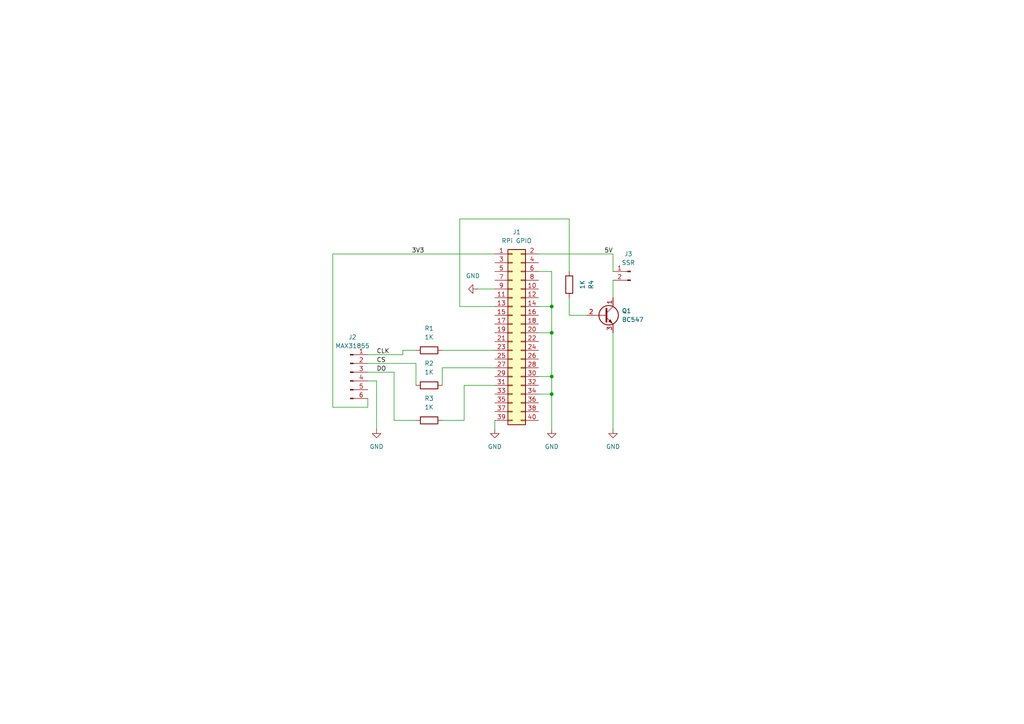
<source format=kicad_sch>
(kicad_sch
	(version 20250114)
	(generator "eeschema")
	(generator_version "9.0")
	(uuid "d0316038-6c99-497b-9207-bde8ab523578")
	(paper "A4")
	(title_block
		(title "Kiln Hat")
		(date "2025-11-22")
		(rev "1")
		(company "Jesse Calvert")
		(comment 1 "Software SPI")
	)
	(lib_symbols
		(symbol "Connector:Conn_01x02_Pin"
			(pin_names
				(offset 1.016)
				(hide yes)
			)
			(exclude_from_sim no)
			(in_bom yes)
			(on_board yes)
			(property "Reference" "J"
				(at 0 2.54 0)
				(effects
					(font
						(size 1.27 1.27)
					)
				)
			)
			(property "Value" "Conn_01x02_Pin"
				(at 0 -5.08 0)
				(effects
					(font
						(size 1.27 1.27)
					)
				)
			)
			(property "Footprint" ""
				(at 0 0 0)
				(effects
					(font
						(size 1.27 1.27)
					)
					(hide yes)
				)
			)
			(property "Datasheet" "~"
				(at 0 0 0)
				(effects
					(font
						(size 1.27 1.27)
					)
					(hide yes)
				)
			)
			(property "Description" "Generic connector, single row, 01x02, script generated"
				(at 0 0 0)
				(effects
					(font
						(size 1.27 1.27)
					)
					(hide yes)
				)
			)
			(property "ki_locked" ""
				(at 0 0 0)
				(effects
					(font
						(size 1.27 1.27)
					)
				)
			)
			(property "ki_keywords" "connector"
				(at 0 0 0)
				(effects
					(font
						(size 1.27 1.27)
					)
					(hide yes)
				)
			)
			(property "ki_fp_filters" "Connector*:*_1x??_*"
				(at 0 0 0)
				(effects
					(font
						(size 1.27 1.27)
					)
					(hide yes)
				)
			)
			(symbol "Conn_01x02_Pin_1_1"
				(rectangle
					(start 0.8636 0.127)
					(end 0 -0.127)
					(stroke
						(width 0.1524)
						(type default)
					)
					(fill
						(type outline)
					)
				)
				(rectangle
					(start 0.8636 -2.413)
					(end 0 -2.667)
					(stroke
						(width 0.1524)
						(type default)
					)
					(fill
						(type outline)
					)
				)
				(polyline
					(pts
						(xy 1.27 0) (xy 0.8636 0)
					)
					(stroke
						(width 0.1524)
						(type default)
					)
					(fill
						(type none)
					)
				)
				(polyline
					(pts
						(xy 1.27 -2.54) (xy 0.8636 -2.54)
					)
					(stroke
						(width 0.1524)
						(type default)
					)
					(fill
						(type none)
					)
				)
				(pin passive line
					(at 5.08 0 180)
					(length 3.81)
					(name "Pin_1"
						(effects
							(font
								(size 1.27 1.27)
							)
						)
					)
					(number "1"
						(effects
							(font
								(size 1.27 1.27)
							)
						)
					)
				)
				(pin passive line
					(at 5.08 -2.54 180)
					(length 3.81)
					(name "Pin_2"
						(effects
							(font
								(size 1.27 1.27)
							)
						)
					)
					(number "2"
						(effects
							(font
								(size 1.27 1.27)
							)
						)
					)
				)
			)
			(embedded_fonts no)
		)
		(symbol "Connector:Conn_01x06_Pin"
			(pin_names
				(offset 1.016)
				(hide yes)
			)
			(exclude_from_sim no)
			(in_bom yes)
			(on_board yes)
			(property "Reference" "J"
				(at 0 7.62 0)
				(effects
					(font
						(size 1.27 1.27)
					)
				)
			)
			(property "Value" "Conn_01x06_Pin"
				(at 0 -10.16 0)
				(effects
					(font
						(size 1.27 1.27)
					)
				)
			)
			(property "Footprint" ""
				(at 0 0 0)
				(effects
					(font
						(size 1.27 1.27)
					)
					(hide yes)
				)
			)
			(property "Datasheet" "~"
				(at 0 0 0)
				(effects
					(font
						(size 1.27 1.27)
					)
					(hide yes)
				)
			)
			(property "Description" "Generic connector, single row, 01x06, script generated"
				(at 0 0 0)
				(effects
					(font
						(size 1.27 1.27)
					)
					(hide yes)
				)
			)
			(property "ki_locked" ""
				(at 0 0 0)
				(effects
					(font
						(size 1.27 1.27)
					)
				)
			)
			(property "ki_keywords" "connector"
				(at 0 0 0)
				(effects
					(font
						(size 1.27 1.27)
					)
					(hide yes)
				)
			)
			(property "ki_fp_filters" "Connector*:*_1x??_*"
				(at 0 0 0)
				(effects
					(font
						(size 1.27 1.27)
					)
					(hide yes)
				)
			)
			(symbol "Conn_01x06_Pin_1_1"
				(rectangle
					(start 0.8636 5.207)
					(end 0 4.953)
					(stroke
						(width 0.1524)
						(type default)
					)
					(fill
						(type outline)
					)
				)
				(rectangle
					(start 0.8636 2.667)
					(end 0 2.413)
					(stroke
						(width 0.1524)
						(type default)
					)
					(fill
						(type outline)
					)
				)
				(rectangle
					(start 0.8636 0.127)
					(end 0 -0.127)
					(stroke
						(width 0.1524)
						(type default)
					)
					(fill
						(type outline)
					)
				)
				(rectangle
					(start 0.8636 -2.413)
					(end 0 -2.667)
					(stroke
						(width 0.1524)
						(type default)
					)
					(fill
						(type outline)
					)
				)
				(rectangle
					(start 0.8636 -4.953)
					(end 0 -5.207)
					(stroke
						(width 0.1524)
						(type default)
					)
					(fill
						(type outline)
					)
				)
				(rectangle
					(start 0.8636 -7.493)
					(end 0 -7.747)
					(stroke
						(width 0.1524)
						(type default)
					)
					(fill
						(type outline)
					)
				)
				(polyline
					(pts
						(xy 1.27 5.08) (xy 0.8636 5.08)
					)
					(stroke
						(width 0.1524)
						(type default)
					)
					(fill
						(type none)
					)
				)
				(polyline
					(pts
						(xy 1.27 2.54) (xy 0.8636 2.54)
					)
					(stroke
						(width 0.1524)
						(type default)
					)
					(fill
						(type none)
					)
				)
				(polyline
					(pts
						(xy 1.27 0) (xy 0.8636 0)
					)
					(stroke
						(width 0.1524)
						(type default)
					)
					(fill
						(type none)
					)
				)
				(polyline
					(pts
						(xy 1.27 -2.54) (xy 0.8636 -2.54)
					)
					(stroke
						(width 0.1524)
						(type default)
					)
					(fill
						(type none)
					)
				)
				(polyline
					(pts
						(xy 1.27 -5.08) (xy 0.8636 -5.08)
					)
					(stroke
						(width 0.1524)
						(type default)
					)
					(fill
						(type none)
					)
				)
				(polyline
					(pts
						(xy 1.27 -7.62) (xy 0.8636 -7.62)
					)
					(stroke
						(width 0.1524)
						(type default)
					)
					(fill
						(type none)
					)
				)
				(pin passive line
					(at 5.08 5.08 180)
					(length 3.81)
					(name "Pin_1"
						(effects
							(font
								(size 1.27 1.27)
							)
						)
					)
					(number "1"
						(effects
							(font
								(size 1.27 1.27)
							)
						)
					)
				)
				(pin passive line
					(at 5.08 2.54 180)
					(length 3.81)
					(name "Pin_2"
						(effects
							(font
								(size 1.27 1.27)
							)
						)
					)
					(number "2"
						(effects
							(font
								(size 1.27 1.27)
							)
						)
					)
				)
				(pin passive line
					(at 5.08 0 180)
					(length 3.81)
					(name "Pin_3"
						(effects
							(font
								(size 1.27 1.27)
							)
						)
					)
					(number "3"
						(effects
							(font
								(size 1.27 1.27)
							)
						)
					)
				)
				(pin passive line
					(at 5.08 -2.54 180)
					(length 3.81)
					(name "Pin_4"
						(effects
							(font
								(size 1.27 1.27)
							)
						)
					)
					(number "4"
						(effects
							(font
								(size 1.27 1.27)
							)
						)
					)
				)
				(pin passive line
					(at 5.08 -5.08 180)
					(length 3.81)
					(name "Pin_5"
						(effects
							(font
								(size 1.27 1.27)
							)
						)
					)
					(number "5"
						(effects
							(font
								(size 1.27 1.27)
							)
						)
					)
				)
				(pin passive line
					(at 5.08 -7.62 180)
					(length 3.81)
					(name "Pin_6"
						(effects
							(font
								(size 1.27 1.27)
							)
						)
					)
					(number "6"
						(effects
							(font
								(size 1.27 1.27)
							)
						)
					)
				)
			)
			(embedded_fonts no)
		)
		(symbol "Connector_Generic:Conn_02x20_Odd_Even"
			(pin_names
				(offset 1.016)
				(hide yes)
			)
			(exclude_from_sim no)
			(in_bom yes)
			(on_board yes)
			(property "Reference" "J"
				(at 1.27 25.4 0)
				(effects
					(font
						(size 1.27 1.27)
					)
				)
			)
			(property "Value" "Conn_02x20_Odd_Even"
				(at 1.27 -27.94 0)
				(effects
					(font
						(size 1.27 1.27)
					)
				)
			)
			(property "Footprint" ""
				(at 0 0 0)
				(effects
					(font
						(size 1.27 1.27)
					)
					(hide yes)
				)
			)
			(property "Datasheet" "~"
				(at 0 0 0)
				(effects
					(font
						(size 1.27 1.27)
					)
					(hide yes)
				)
			)
			(property "Description" "Generic connector, double row, 02x20, odd/even pin numbering scheme (row 1 odd numbers, row 2 even numbers), script generated (kicad-library-utils/schlib/autogen/connector/)"
				(at 0 0 0)
				(effects
					(font
						(size 1.27 1.27)
					)
					(hide yes)
				)
			)
			(property "ki_keywords" "connector"
				(at 0 0 0)
				(effects
					(font
						(size 1.27 1.27)
					)
					(hide yes)
				)
			)
			(property "ki_fp_filters" "Connector*:*_2x??_*"
				(at 0 0 0)
				(effects
					(font
						(size 1.27 1.27)
					)
					(hide yes)
				)
			)
			(symbol "Conn_02x20_Odd_Even_1_1"
				(rectangle
					(start -1.27 24.13)
					(end 3.81 -26.67)
					(stroke
						(width 0.254)
						(type default)
					)
					(fill
						(type background)
					)
				)
				(rectangle
					(start -1.27 22.987)
					(end 0 22.733)
					(stroke
						(width 0.1524)
						(type default)
					)
					(fill
						(type none)
					)
				)
				(rectangle
					(start -1.27 20.447)
					(end 0 20.193)
					(stroke
						(width 0.1524)
						(type default)
					)
					(fill
						(type none)
					)
				)
				(rectangle
					(start -1.27 17.907)
					(end 0 17.653)
					(stroke
						(width 0.1524)
						(type default)
					)
					(fill
						(type none)
					)
				)
				(rectangle
					(start -1.27 15.367)
					(end 0 15.113)
					(stroke
						(width 0.1524)
						(type default)
					)
					(fill
						(type none)
					)
				)
				(rectangle
					(start -1.27 12.827)
					(end 0 12.573)
					(stroke
						(width 0.1524)
						(type default)
					)
					(fill
						(type none)
					)
				)
				(rectangle
					(start -1.27 10.287)
					(end 0 10.033)
					(stroke
						(width 0.1524)
						(type default)
					)
					(fill
						(type none)
					)
				)
				(rectangle
					(start -1.27 7.747)
					(end 0 7.493)
					(stroke
						(width 0.1524)
						(type default)
					)
					(fill
						(type none)
					)
				)
				(rectangle
					(start -1.27 5.207)
					(end 0 4.953)
					(stroke
						(width 0.1524)
						(type default)
					)
					(fill
						(type none)
					)
				)
				(rectangle
					(start -1.27 2.667)
					(end 0 2.413)
					(stroke
						(width 0.1524)
						(type default)
					)
					(fill
						(type none)
					)
				)
				(rectangle
					(start -1.27 0.127)
					(end 0 -0.127)
					(stroke
						(width 0.1524)
						(type default)
					)
					(fill
						(type none)
					)
				)
				(rectangle
					(start -1.27 -2.413)
					(end 0 -2.667)
					(stroke
						(width 0.1524)
						(type default)
					)
					(fill
						(type none)
					)
				)
				(rectangle
					(start -1.27 -4.953)
					(end 0 -5.207)
					(stroke
						(width 0.1524)
						(type default)
					)
					(fill
						(type none)
					)
				)
				(rectangle
					(start -1.27 -7.493)
					(end 0 -7.747)
					(stroke
						(width 0.1524)
						(type default)
					)
					(fill
						(type none)
					)
				)
				(rectangle
					(start -1.27 -10.033)
					(end 0 -10.287)
					(stroke
						(width 0.1524)
						(type default)
					)
					(fill
						(type none)
					)
				)
				(rectangle
					(start -1.27 -12.573)
					(end 0 -12.827)
					(stroke
						(width 0.1524)
						(type default)
					)
					(fill
						(type none)
					)
				)
				(rectangle
					(start -1.27 -15.113)
					(end 0 -15.367)
					(stroke
						(width 0.1524)
						(type default)
					)
					(fill
						(type none)
					)
				)
				(rectangle
					(start -1.27 -17.653)
					(end 0 -17.907)
					(stroke
						(width 0.1524)
						(type default)
					)
					(fill
						(type none)
					)
				)
				(rectangle
					(start -1.27 -20.193)
					(end 0 -20.447)
					(stroke
						(width 0.1524)
						(type default)
					)
					(fill
						(type none)
					)
				)
				(rectangle
					(start -1.27 -22.733)
					(end 0 -22.987)
					(stroke
						(width 0.1524)
						(type default)
					)
					(fill
						(type none)
					)
				)
				(rectangle
					(start -1.27 -25.273)
					(end 0 -25.527)
					(stroke
						(width 0.1524)
						(type default)
					)
					(fill
						(type none)
					)
				)
				(rectangle
					(start 3.81 22.987)
					(end 2.54 22.733)
					(stroke
						(width 0.1524)
						(type default)
					)
					(fill
						(type none)
					)
				)
				(rectangle
					(start 3.81 20.447)
					(end 2.54 20.193)
					(stroke
						(width 0.1524)
						(type default)
					)
					(fill
						(type none)
					)
				)
				(rectangle
					(start 3.81 17.907)
					(end 2.54 17.653)
					(stroke
						(width 0.1524)
						(type default)
					)
					(fill
						(type none)
					)
				)
				(rectangle
					(start 3.81 15.367)
					(end 2.54 15.113)
					(stroke
						(width 0.1524)
						(type default)
					)
					(fill
						(type none)
					)
				)
				(rectangle
					(start 3.81 12.827)
					(end 2.54 12.573)
					(stroke
						(width 0.1524)
						(type default)
					)
					(fill
						(type none)
					)
				)
				(rectangle
					(start 3.81 10.287)
					(end 2.54 10.033)
					(stroke
						(width 0.1524)
						(type default)
					)
					(fill
						(type none)
					)
				)
				(rectangle
					(start 3.81 7.747)
					(end 2.54 7.493)
					(stroke
						(width 0.1524)
						(type default)
					)
					(fill
						(type none)
					)
				)
				(rectangle
					(start 3.81 5.207)
					(end 2.54 4.953)
					(stroke
						(width 0.1524)
						(type default)
					)
					(fill
						(type none)
					)
				)
				(rectangle
					(start 3.81 2.667)
					(end 2.54 2.413)
					(stroke
						(width 0.1524)
						(type default)
					)
					(fill
						(type none)
					)
				)
				(rectangle
					(start 3.81 0.127)
					(end 2.54 -0.127)
					(stroke
						(width 0.1524)
						(type default)
					)
					(fill
						(type none)
					)
				)
				(rectangle
					(start 3.81 -2.413)
					(end 2.54 -2.667)
					(stroke
						(width 0.1524)
						(type default)
					)
					(fill
						(type none)
					)
				)
				(rectangle
					(start 3.81 -4.953)
					(end 2.54 -5.207)
					(stroke
						(width 0.1524)
						(type default)
					)
					(fill
						(type none)
					)
				)
				(rectangle
					(start 3.81 -7.493)
					(end 2.54 -7.747)
					(stroke
						(width 0.1524)
						(type default)
					)
					(fill
						(type none)
					)
				)
				(rectangle
					(start 3.81 -10.033)
					(end 2.54 -10.287)
					(stroke
						(width 0.1524)
						(type default)
					)
					(fill
						(type none)
					)
				)
				(rectangle
					(start 3.81 -12.573)
					(end 2.54 -12.827)
					(stroke
						(width 0.1524)
						(type default)
					)
					(fill
						(type none)
					)
				)
				(rectangle
					(start 3.81 -15.113)
					(end 2.54 -15.367)
					(stroke
						(width 0.1524)
						(type default)
					)
					(fill
						(type none)
					)
				)
				(rectangle
					(start 3.81 -17.653)
					(end 2.54 -17.907)
					(stroke
						(width 0.1524)
						(type default)
					)
					(fill
						(type none)
					)
				)
				(rectangle
					(start 3.81 -20.193)
					(end 2.54 -20.447)
					(stroke
						(width 0.1524)
						(type default)
					)
					(fill
						(type none)
					)
				)
				(rectangle
					(start 3.81 -22.733)
					(end 2.54 -22.987)
					(stroke
						(width 0.1524)
						(type default)
					)
					(fill
						(type none)
					)
				)
				(rectangle
					(start 3.81 -25.273)
					(end 2.54 -25.527)
					(stroke
						(width 0.1524)
						(type default)
					)
					(fill
						(type none)
					)
				)
				(pin passive line
					(at -5.08 22.86 0)
					(length 3.81)
					(name "Pin_1"
						(effects
							(font
								(size 1.27 1.27)
							)
						)
					)
					(number "1"
						(effects
							(font
								(size 1.27 1.27)
							)
						)
					)
				)
				(pin passive line
					(at -5.08 20.32 0)
					(length 3.81)
					(name "Pin_3"
						(effects
							(font
								(size 1.27 1.27)
							)
						)
					)
					(number "3"
						(effects
							(font
								(size 1.27 1.27)
							)
						)
					)
				)
				(pin passive line
					(at -5.08 17.78 0)
					(length 3.81)
					(name "Pin_5"
						(effects
							(font
								(size 1.27 1.27)
							)
						)
					)
					(number "5"
						(effects
							(font
								(size 1.27 1.27)
							)
						)
					)
				)
				(pin passive line
					(at -5.08 15.24 0)
					(length 3.81)
					(name "Pin_7"
						(effects
							(font
								(size 1.27 1.27)
							)
						)
					)
					(number "7"
						(effects
							(font
								(size 1.27 1.27)
							)
						)
					)
				)
				(pin passive line
					(at -5.08 12.7 0)
					(length 3.81)
					(name "Pin_9"
						(effects
							(font
								(size 1.27 1.27)
							)
						)
					)
					(number "9"
						(effects
							(font
								(size 1.27 1.27)
							)
						)
					)
				)
				(pin passive line
					(at -5.08 10.16 0)
					(length 3.81)
					(name "Pin_11"
						(effects
							(font
								(size 1.27 1.27)
							)
						)
					)
					(number "11"
						(effects
							(font
								(size 1.27 1.27)
							)
						)
					)
				)
				(pin passive line
					(at -5.08 7.62 0)
					(length 3.81)
					(name "Pin_13"
						(effects
							(font
								(size 1.27 1.27)
							)
						)
					)
					(number "13"
						(effects
							(font
								(size 1.27 1.27)
							)
						)
					)
				)
				(pin passive line
					(at -5.08 5.08 0)
					(length 3.81)
					(name "Pin_15"
						(effects
							(font
								(size 1.27 1.27)
							)
						)
					)
					(number "15"
						(effects
							(font
								(size 1.27 1.27)
							)
						)
					)
				)
				(pin passive line
					(at -5.08 2.54 0)
					(length 3.81)
					(name "Pin_17"
						(effects
							(font
								(size 1.27 1.27)
							)
						)
					)
					(number "17"
						(effects
							(font
								(size 1.27 1.27)
							)
						)
					)
				)
				(pin passive line
					(at -5.08 0 0)
					(length 3.81)
					(name "Pin_19"
						(effects
							(font
								(size 1.27 1.27)
							)
						)
					)
					(number "19"
						(effects
							(font
								(size 1.27 1.27)
							)
						)
					)
				)
				(pin passive line
					(at -5.08 -2.54 0)
					(length 3.81)
					(name "Pin_21"
						(effects
							(font
								(size 1.27 1.27)
							)
						)
					)
					(number "21"
						(effects
							(font
								(size 1.27 1.27)
							)
						)
					)
				)
				(pin passive line
					(at -5.08 -5.08 0)
					(length 3.81)
					(name "Pin_23"
						(effects
							(font
								(size 1.27 1.27)
							)
						)
					)
					(number "23"
						(effects
							(font
								(size 1.27 1.27)
							)
						)
					)
				)
				(pin passive line
					(at -5.08 -7.62 0)
					(length 3.81)
					(name "Pin_25"
						(effects
							(font
								(size 1.27 1.27)
							)
						)
					)
					(number "25"
						(effects
							(font
								(size 1.27 1.27)
							)
						)
					)
				)
				(pin passive line
					(at -5.08 -10.16 0)
					(length 3.81)
					(name "Pin_27"
						(effects
							(font
								(size 1.27 1.27)
							)
						)
					)
					(number "27"
						(effects
							(font
								(size 1.27 1.27)
							)
						)
					)
				)
				(pin passive line
					(at -5.08 -12.7 0)
					(length 3.81)
					(name "Pin_29"
						(effects
							(font
								(size 1.27 1.27)
							)
						)
					)
					(number "29"
						(effects
							(font
								(size 1.27 1.27)
							)
						)
					)
				)
				(pin passive line
					(at -5.08 -15.24 0)
					(length 3.81)
					(name "Pin_31"
						(effects
							(font
								(size 1.27 1.27)
							)
						)
					)
					(number "31"
						(effects
							(font
								(size 1.27 1.27)
							)
						)
					)
				)
				(pin passive line
					(at -5.08 -17.78 0)
					(length 3.81)
					(name "Pin_33"
						(effects
							(font
								(size 1.27 1.27)
							)
						)
					)
					(number "33"
						(effects
							(font
								(size 1.27 1.27)
							)
						)
					)
				)
				(pin passive line
					(at -5.08 -20.32 0)
					(length 3.81)
					(name "Pin_35"
						(effects
							(font
								(size 1.27 1.27)
							)
						)
					)
					(number "35"
						(effects
							(font
								(size 1.27 1.27)
							)
						)
					)
				)
				(pin passive line
					(at -5.08 -22.86 0)
					(length 3.81)
					(name "Pin_37"
						(effects
							(font
								(size 1.27 1.27)
							)
						)
					)
					(number "37"
						(effects
							(font
								(size 1.27 1.27)
							)
						)
					)
				)
				(pin passive line
					(at -5.08 -25.4 0)
					(length 3.81)
					(name "Pin_39"
						(effects
							(font
								(size 1.27 1.27)
							)
						)
					)
					(number "39"
						(effects
							(font
								(size 1.27 1.27)
							)
						)
					)
				)
				(pin passive line
					(at 7.62 22.86 180)
					(length 3.81)
					(name "Pin_2"
						(effects
							(font
								(size 1.27 1.27)
							)
						)
					)
					(number "2"
						(effects
							(font
								(size 1.27 1.27)
							)
						)
					)
				)
				(pin passive line
					(at 7.62 20.32 180)
					(length 3.81)
					(name "Pin_4"
						(effects
							(font
								(size 1.27 1.27)
							)
						)
					)
					(number "4"
						(effects
							(font
								(size 1.27 1.27)
							)
						)
					)
				)
				(pin passive line
					(at 7.62 17.78 180)
					(length 3.81)
					(name "Pin_6"
						(effects
							(font
								(size 1.27 1.27)
							)
						)
					)
					(number "6"
						(effects
							(font
								(size 1.27 1.27)
							)
						)
					)
				)
				(pin passive line
					(at 7.62 15.24 180)
					(length 3.81)
					(name "Pin_8"
						(effects
							(font
								(size 1.27 1.27)
							)
						)
					)
					(number "8"
						(effects
							(font
								(size 1.27 1.27)
							)
						)
					)
				)
				(pin passive line
					(at 7.62 12.7 180)
					(length 3.81)
					(name "Pin_10"
						(effects
							(font
								(size 1.27 1.27)
							)
						)
					)
					(number "10"
						(effects
							(font
								(size 1.27 1.27)
							)
						)
					)
				)
				(pin passive line
					(at 7.62 10.16 180)
					(length 3.81)
					(name "Pin_12"
						(effects
							(font
								(size 1.27 1.27)
							)
						)
					)
					(number "12"
						(effects
							(font
								(size 1.27 1.27)
							)
						)
					)
				)
				(pin passive line
					(at 7.62 7.62 180)
					(length 3.81)
					(name "Pin_14"
						(effects
							(font
								(size 1.27 1.27)
							)
						)
					)
					(number "14"
						(effects
							(font
								(size 1.27 1.27)
							)
						)
					)
				)
				(pin passive line
					(at 7.62 5.08 180)
					(length 3.81)
					(name "Pin_16"
						(effects
							(font
								(size 1.27 1.27)
							)
						)
					)
					(number "16"
						(effects
							(font
								(size 1.27 1.27)
							)
						)
					)
				)
				(pin passive line
					(at 7.62 2.54 180)
					(length 3.81)
					(name "Pin_18"
						(effects
							(font
								(size 1.27 1.27)
							)
						)
					)
					(number "18"
						(effects
							(font
								(size 1.27 1.27)
							)
						)
					)
				)
				(pin passive line
					(at 7.62 0 180)
					(length 3.81)
					(name "Pin_20"
						(effects
							(font
								(size 1.27 1.27)
							)
						)
					)
					(number "20"
						(effects
							(font
								(size 1.27 1.27)
							)
						)
					)
				)
				(pin passive line
					(at 7.62 -2.54 180)
					(length 3.81)
					(name "Pin_22"
						(effects
							(font
								(size 1.27 1.27)
							)
						)
					)
					(number "22"
						(effects
							(font
								(size 1.27 1.27)
							)
						)
					)
				)
				(pin passive line
					(at 7.62 -5.08 180)
					(length 3.81)
					(name "Pin_24"
						(effects
							(font
								(size 1.27 1.27)
							)
						)
					)
					(number "24"
						(effects
							(font
								(size 1.27 1.27)
							)
						)
					)
				)
				(pin passive line
					(at 7.62 -7.62 180)
					(length 3.81)
					(name "Pin_26"
						(effects
							(font
								(size 1.27 1.27)
							)
						)
					)
					(number "26"
						(effects
							(font
								(size 1.27 1.27)
							)
						)
					)
				)
				(pin passive line
					(at 7.62 -10.16 180)
					(length 3.81)
					(name "Pin_28"
						(effects
							(font
								(size 1.27 1.27)
							)
						)
					)
					(number "28"
						(effects
							(font
								(size 1.27 1.27)
							)
						)
					)
				)
				(pin passive line
					(at 7.62 -12.7 180)
					(length 3.81)
					(name "Pin_30"
						(effects
							(font
								(size 1.27 1.27)
							)
						)
					)
					(number "30"
						(effects
							(font
								(size 1.27 1.27)
							)
						)
					)
				)
				(pin passive line
					(at 7.62 -15.24 180)
					(length 3.81)
					(name "Pin_32"
						(effects
							(font
								(size 1.27 1.27)
							)
						)
					)
					(number "32"
						(effects
							(font
								(size 1.27 1.27)
							)
						)
					)
				)
				(pin passive line
					(at 7.62 -17.78 180)
					(length 3.81)
					(name "Pin_34"
						(effects
							(font
								(size 1.27 1.27)
							)
						)
					)
					(number "34"
						(effects
							(font
								(size 1.27 1.27)
							)
						)
					)
				)
				(pin passive line
					(at 7.62 -20.32 180)
					(length 3.81)
					(name "Pin_36"
						(effects
							(font
								(size 1.27 1.27)
							)
						)
					)
					(number "36"
						(effects
							(font
								(size 1.27 1.27)
							)
						)
					)
				)
				(pin passive line
					(at 7.62 -22.86 180)
					(length 3.81)
					(name "Pin_38"
						(effects
							(font
								(size 1.27 1.27)
							)
						)
					)
					(number "38"
						(effects
							(font
								(size 1.27 1.27)
							)
						)
					)
				)
				(pin passive line
					(at 7.62 -25.4 180)
					(length 3.81)
					(name "Pin_40"
						(effects
							(font
								(size 1.27 1.27)
							)
						)
					)
					(number "40"
						(effects
							(font
								(size 1.27 1.27)
							)
						)
					)
				)
			)
			(embedded_fonts no)
		)
		(symbol "Device:R"
			(pin_numbers
				(hide yes)
			)
			(pin_names
				(offset 0)
			)
			(exclude_from_sim no)
			(in_bom yes)
			(on_board yes)
			(property "Reference" "R"
				(at 2.032 0 90)
				(effects
					(font
						(size 1.27 1.27)
					)
				)
			)
			(property "Value" "R"
				(at 0 0 90)
				(effects
					(font
						(size 1.27 1.27)
					)
				)
			)
			(property "Footprint" ""
				(at -1.778 0 90)
				(effects
					(font
						(size 1.27 1.27)
					)
					(hide yes)
				)
			)
			(property "Datasheet" "~"
				(at 0 0 0)
				(effects
					(font
						(size 1.27 1.27)
					)
					(hide yes)
				)
			)
			(property "Description" "Resistor"
				(at 0 0 0)
				(effects
					(font
						(size 1.27 1.27)
					)
					(hide yes)
				)
			)
			(property "ki_keywords" "R res resistor"
				(at 0 0 0)
				(effects
					(font
						(size 1.27 1.27)
					)
					(hide yes)
				)
			)
			(property "ki_fp_filters" "R_*"
				(at 0 0 0)
				(effects
					(font
						(size 1.27 1.27)
					)
					(hide yes)
				)
			)
			(symbol "R_0_1"
				(rectangle
					(start -1.016 -2.54)
					(end 1.016 2.54)
					(stroke
						(width 0.254)
						(type default)
					)
					(fill
						(type none)
					)
				)
			)
			(symbol "R_1_1"
				(pin passive line
					(at 0 3.81 270)
					(length 1.27)
					(name "~"
						(effects
							(font
								(size 1.27 1.27)
							)
						)
					)
					(number "1"
						(effects
							(font
								(size 1.27 1.27)
							)
						)
					)
				)
				(pin passive line
					(at 0 -3.81 90)
					(length 1.27)
					(name "~"
						(effects
							(font
								(size 1.27 1.27)
							)
						)
					)
					(number "2"
						(effects
							(font
								(size 1.27 1.27)
							)
						)
					)
				)
			)
			(embedded_fonts no)
		)
		(symbol "Transistor_BJT:BC547"
			(pin_names
				(offset 0)
				(hide yes)
			)
			(exclude_from_sim no)
			(in_bom yes)
			(on_board yes)
			(property "Reference" "Q"
				(at 5.08 1.905 0)
				(effects
					(font
						(size 1.27 1.27)
					)
					(justify left)
				)
			)
			(property "Value" "BC547"
				(at 5.08 0 0)
				(effects
					(font
						(size 1.27 1.27)
					)
					(justify left)
				)
			)
			(property "Footprint" "Package_TO_SOT_THT:TO-92_Inline"
				(at 5.08 -1.905 0)
				(effects
					(font
						(size 1.27 1.27)
						(italic yes)
					)
					(justify left)
					(hide yes)
				)
			)
			(property "Datasheet" "https://www.onsemi.com/pub/Collateral/BC550-D.pdf"
				(at 0 0 0)
				(effects
					(font
						(size 1.27 1.27)
					)
					(justify left)
					(hide yes)
				)
			)
			(property "Description" "0.1A Ic, 45V Vce, Small Signal NPN Transistor, TO-92"
				(at 0 0 0)
				(effects
					(font
						(size 1.27 1.27)
					)
					(hide yes)
				)
			)
			(property "ki_keywords" "NPN Transistor"
				(at 0 0 0)
				(effects
					(font
						(size 1.27 1.27)
					)
					(hide yes)
				)
			)
			(property "ki_fp_filters" "TO?92*"
				(at 0 0 0)
				(effects
					(font
						(size 1.27 1.27)
					)
					(hide yes)
				)
			)
			(symbol "BC547_0_1"
				(polyline
					(pts
						(xy -2.54 0) (xy 0.635 0)
					)
					(stroke
						(width 0)
						(type default)
					)
					(fill
						(type none)
					)
				)
				(polyline
					(pts
						(xy 0.635 1.905) (xy 0.635 -1.905)
					)
					(stroke
						(width 0.508)
						(type default)
					)
					(fill
						(type none)
					)
				)
				(circle
					(center 1.27 0)
					(radius 2.8194)
					(stroke
						(width 0.254)
						(type default)
					)
					(fill
						(type none)
					)
				)
			)
			(symbol "BC547_1_1"
				(polyline
					(pts
						(xy 0.635 0.635) (xy 2.54 2.54)
					)
					(stroke
						(width 0)
						(type default)
					)
					(fill
						(type none)
					)
				)
				(polyline
					(pts
						(xy 0.635 -0.635) (xy 2.54 -2.54)
					)
					(stroke
						(width 0)
						(type default)
					)
					(fill
						(type none)
					)
				)
				(polyline
					(pts
						(xy 1.27 -1.778) (xy 1.778 -1.27) (xy 2.286 -2.286) (xy 1.27 -1.778)
					)
					(stroke
						(width 0)
						(type default)
					)
					(fill
						(type outline)
					)
				)
				(pin input line
					(at -5.08 0 0)
					(length 2.54)
					(name "B"
						(effects
							(font
								(size 1.27 1.27)
							)
						)
					)
					(number "2"
						(effects
							(font
								(size 1.27 1.27)
							)
						)
					)
				)
				(pin passive line
					(at 2.54 5.08 270)
					(length 2.54)
					(name "C"
						(effects
							(font
								(size 1.27 1.27)
							)
						)
					)
					(number "1"
						(effects
							(font
								(size 1.27 1.27)
							)
						)
					)
				)
				(pin passive line
					(at 2.54 -5.08 90)
					(length 2.54)
					(name "E"
						(effects
							(font
								(size 1.27 1.27)
							)
						)
					)
					(number "3"
						(effects
							(font
								(size 1.27 1.27)
							)
						)
					)
				)
			)
			(embedded_fonts no)
		)
		(symbol "power:GND"
			(power)
			(pin_numbers
				(hide yes)
			)
			(pin_names
				(offset 0)
				(hide yes)
			)
			(exclude_from_sim no)
			(in_bom yes)
			(on_board yes)
			(property "Reference" "#PWR"
				(at 0 -6.35 0)
				(effects
					(font
						(size 1.27 1.27)
					)
					(hide yes)
				)
			)
			(property "Value" "GND"
				(at 0 -3.81 0)
				(effects
					(font
						(size 1.27 1.27)
					)
				)
			)
			(property "Footprint" ""
				(at 0 0 0)
				(effects
					(font
						(size 1.27 1.27)
					)
					(hide yes)
				)
			)
			(property "Datasheet" ""
				(at 0 0 0)
				(effects
					(font
						(size 1.27 1.27)
					)
					(hide yes)
				)
			)
			(property "Description" "Power symbol creates a global label with name \"GND\" , ground"
				(at 0 0 0)
				(effects
					(font
						(size 1.27 1.27)
					)
					(hide yes)
				)
			)
			(property "ki_keywords" "global power"
				(at 0 0 0)
				(effects
					(font
						(size 1.27 1.27)
					)
					(hide yes)
				)
			)
			(symbol "GND_0_1"
				(polyline
					(pts
						(xy 0 0) (xy 0 -1.27) (xy 1.27 -1.27) (xy 0 -2.54) (xy -1.27 -1.27) (xy 0 -1.27)
					)
					(stroke
						(width 0)
						(type default)
					)
					(fill
						(type none)
					)
				)
			)
			(symbol "GND_1_1"
				(pin power_in line
					(at 0 0 270)
					(length 0)
					(name "~"
						(effects
							(font
								(size 1.27 1.27)
							)
						)
					)
					(number "1"
						(effects
							(font
								(size 1.27 1.27)
							)
						)
					)
				)
			)
			(embedded_fonts no)
		)
	)
	(junction
		(at 160.02 109.22)
		(diameter 0)
		(color 0 0 0 0)
		(uuid "3abfecf0-c444-4785-8a14-9e0cba06408a")
	)
	(junction
		(at 160.02 88.9)
		(diameter 0)
		(color 0 0 0 0)
		(uuid "748c5960-80e4-41c6-ae15-e26359ab17ad")
	)
	(junction
		(at 160.02 96.52)
		(diameter 0)
		(color 0 0 0 0)
		(uuid "d1320fb3-ceb7-4c1e-bd6a-f05bee6c0c02")
	)
	(junction
		(at 160.02 114.3)
		(diameter 0)
		(color 0 0 0 0)
		(uuid "fee68a71-00b3-454d-bd16-54683ce75659")
	)
	(wire
		(pts
			(xy 156.21 78.74) (xy 160.02 78.74)
		)
		(stroke
			(width 0)
			(type default)
		)
		(uuid "0897899f-5a84-4b63-896f-9e0e2c0b079c")
	)
	(wire
		(pts
			(xy 114.3 121.92) (xy 114.3 107.95)
		)
		(stroke
			(width 0)
			(type default)
		)
		(uuid "13bff1fd-9723-43f9-99ec-12d752a5e1d3")
	)
	(wire
		(pts
			(xy 114.3 107.95) (xy 106.68 107.95)
		)
		(stroke
			(width 0)
			(type default)
		)
		(uuid "1cada136-9321-4385-bb35-c22a1e503298")
	)
	(wire
		(pts
			(xy 128.27 106.68) (xy 128.27 111.76)
		)
		(stroke
			(width 0)
			(type default)
		)
		(uuid "21f42d9d-73b1-45ed-a636-68c49c184feb")
	)
	(wire
		(pts
			(xy 109.22 124.46) (xy 109.22 110.49)
		)
		(stroke
			(width 0)
			(type default)
		)
		(uuid "29d0e13b-df53-4849-8e74-d155d12a8ec3")
	)
	(wire
		(pts
			(xy 138.43 83.82) (xy 143.51 83.82)
		)
		(stroke
			(width 0)
			(type default)
		)
		(uuid "2cb0c82f-5de8-4e15-bcff-d0946e0d35a0")
	)
	(wire
		(pts
			(xy 170.18 91.44) (xy 165.1 91.44)
		)
		(stroke
			(width 0)
			(type default)
		)
		(uuid "2cb4e335-a011-4910-bc2c-8aa0b848a348")
	)
	(wire
		(pts
			(xy 160.02 88.9) (xy 160.02 96.52)
		)
		(stroke
			(width 0)
			(type default)
		)
		(uuid "2d07e62d-bed2-41e4-930e-852117b63283")
	)
	(wire
		(pts
			(xy 134.62 121.92) (xy 128.27 121.92)
		)
		(stroke
			(width 0)
			(type default)
		)
		(uuid "33c2fb83-3df4-45d4-9b7a-a35d06d61500")
	)
	(wire
		(pts
			(xy 143.51 106.68) (xy 128.27 106.68)
		)
		(stroke
			(width 0)
			(type default)
		)
		(uuid "3a14de1a-d497-4e18-a2b1-e735b62ec96b")
	)
	(wire
		(pts
			(xy 109.22 110.49) (xy 106.68 110.49)
		)
		(stroke
			(width 0)
			(type default)
		)
		(uuid "3e8dc316-cc80-43e3-9efa-961e6fd01e1d")
	)
	(wire
		(pts
			(xy 177.8 96.52) (xy 177.8 124.46)
		)
		(stroke
			(width 0)
			(type default)
		)
		(uuid "4893628c-d972-4d23-b2e1-0fd07d373d91")
	)
	(wire
		(pts
			(xy 116.84 102.87) (xy 106.68 102.87)
		)
		(stroke
			(width 0)
			(type default)
		)
		(uuid "4cb57f54-aec4-4880-bdda-5d560b4557cd")
	)
	(wire
		(pts
			(xy 116.84 101.6) (xy 116.84 102.87)
		)
		(stroke
			(width 0)
			(type default)
		)
		(uuid "4d4c1757-ce25-4031-b8c5-7828021f813c")
	)
	(wire
		(pts
			(xy 165.1 63.5) (xy 133.35 63.5)
		)
		(stroke
			(width 0)
			(type default)
		)
		(uuid "5f881472-9f9b-4407-b943-c4b0971a3d9d")
	)
	(wire
		(pts
			(xy 177.8 81.28) (xy 177.8 86.36)
		)
		(stroke
			(width 0)
			(type default)
		)
		(uuid "6574ccae-d6fe-42fa-934d-a8ffaa9e78c1")
	)
	(wire
		(pts
			(xy 120.65 121.92) (xy 114.3 121.92)
		)
		(stroke
			(width 0)
			(type default)
		)
		(uuid "6bdb02e2-dc8b-469f-a365-e772beb8db5b")
	)
	(wire
		(pts
			(xy 106.68 118.11) (xy 106.68 115.57)
		)
		(stroke
			(width 0)
			(type default)
		)
		(uuid "6d1997a1-c690-4f20-a14c-59db3edec907")
	)
	(wire
		(pts
			(xy 133.35 88.9) (xy 143.51 88.9)
		)
		(stroke
			(width 0)
			(type default)
		)
		(uuid "6d7426f1-4a70-4808-a10e-01233ca6e543")
	)
	(wire
		(pts
			(xy 160.02 109.22) (xy 160.02 114.3)
		)
		(stroke
			(width 0)
			(type default)
		)
		(uuid "731dca6b-630b-4f61-a2e8-89d73c893872")
	)
	(wire
		(pts
			(xy 160.02 114.3) (xy 160.02 124.46)
		)
		(stroke
			(width 0)
			(type default)
		)
		(uuid "79e82729-f443-4c0a-8874-84748763e778")
	)
	(wire
		(pts
			(xy 120.65 101.6) (xy 116.84 101.6)
		)
		(stroke
			(width 0)
			(type default)
		)
		(uuid "80978a8b-618a-48c7-b28b-a5c9f1eb3e7b")
	)
	(wire
		(pts
			(xy 156.21 109.22) (xy 160.02 109.22)
		)
		(stroke
			(width 0)
			(type default)
		)
		(uuid "830e3a69-1c59-4cc4-9e62-f3f7f58c4009")
	)
	(wire
		(pts
			(xy 133.35 63.5) (xy 133.35 88.9)
		)
		(stroke
			(width 0)
			(type default)
		)
		(uuid "8397d790-d7e8-49ad-9471-df0c338c2a4d")
	)
	(wire
		(pts
			(xy 165.1 78.74) (xy 165.1 63.5)
		)
		(stroke
			(width 0)
			(type default)
		)
		(uuid "858a7698-1c19-4dfe-a8a7-e70c6ddb8d76")
	)
	(wire
		(pts
			(xy 165.1 86.36) (xy 165.1 91.44)
		)
		(stroke
			(width 0)
			(type default)
		)
		(uuid "89cccfc0-0d3f-4c27-8f64-ca03e15d52e6")
	)
	(wire
		(pts
			(xy 120.65 105.41) (xy 106.68 105.41)
		)
		(stroke
			(width 0)
			(type default)
		)
		(uuid "8e1acef4-1ffd-47c1-bbf6-6c3ed9befd72")
	)
	(wire
		(pts
			(xy 96.52 73.66) (xy 96.52 118.11)
		)
		(stroke
			(width 0)
			(type default)
		)
		(uuid "987fe84d-a1f9-47b0-b201-b06b928e19a2")
	)
	(wire
		(pts
			(xy 160.02 78.74) (xy 160.02 88.9)
		)
		(stroke
			(width 0)
			(type default)
		)
		(uuid "a2ba92cc-43d7-4894-af65-850ab53e87f9")
	)
	(wire
		(pts
			(xy 160.02 96.52) (xy 160.02 109.22)
		)
		(stroke
			(width 0)
			(type default)
		)
		(uuid "a63e56b9-3b2d-4dfa-aeec-2acf9b108ebd")
	)
	(wire
		(pts
			(xy 128.27 101.6) (xy 143.51 101.6)
		)
		(stroke
			(width 0)
			(type default)
		)
		(uuid "a86ef2d1-3fda-4dd4-be70-9a5051c7c6b7")
	)
	(wire
		(pts
			(xy 156.21 88.9) (xy 160.02 88.9)
		)
		(stroke
			(width 0)
			(type default)
		)
		(uuid "b3c93f9f-d842-4511-9038-e14c88ab6b76")
	)
	(wire
		(pts
			(xy 156.21 96.52) (xy 160.02 96.52)
		)
		(stroke
			(width 0)
			(type default)
		)
		(uuid "b7e36d0c-96ec-46c4-872f-562d84e1d55e")
	)
	(wire
		(pts
			(xy 156.21 73.66) (xy 177.8 73.66)
		)
		(stroke
			(width 0)
			(type default)
		)
		(uuid "c632c926-e3ae-4fd3-ac3e-634a93876d39")
	)
	(wire
		(pts
			(xy 96.52 118.11) (xy 106.68 118.11)
		)
		(stroke
			(width 0)
			(type default)
		)
		(uuid "c826a906-0f84-4506-aff0-01ab7beaec84")
	)
	(wire
		(pts
			(xy 143.51 111.76) (xy 134.62 111.76)
		)
		(stroke
			(width 0)
			(type default)
		)
		(uuid "d7ff4257-5613-467f-b8c6-1e4e9da0e1cc")
	)
	(wire
		(pts
			(xy 96.52 73.66) (xy 143.51 73.66)
		)
		(stroke
			(width 0)
			(type default)
		)
		(uuid "e8c787da-8853-4477-b8b7-e4a4b5db61de")
	)
	(wire
		(pts
			(xy 143.51 121.92) (xy 143.51 124.46)
		)
		(stroke
			(width 0)
			(type default)
		)
		(uuid "ea8f40cb-a54e-4616-ad1f-e15d1468655c")
	)
	(wire
		(pts
			(xy 120.65 111.76) (xy 120.65 105.41)
		)
		(stroke
			(width 0)
			(type default)
		)
		(uuid "eb061f13-f753-46e5-a5d4-d07742c97781")
	)
	(wire
		(pts
			(xy 156.21 114.3) (xy 160.02 114.3)
		)
		(stroke
			(width 0)
			(type default)
		)
		(uuid "ebe0ef65-8127-4356-942b-57f5ccf0c1bc")
	)
	(wire
		(pts
			(xy 134.62 111.76) (xy 134.62 121.92)
		)
		(stroke
			(width 0)
			(type default)
		)
		(uuid "f055acbf-2ab1-402b-82d6-66219e0240ef")
	)
	(wire
		(pts
			(xy 177.8 73.66) (xy 177.8 78.74)
		)
		(stroke
			(width 0)
			(type default)
		)
		(uuid "f0775b99-8b8d-45a1-87c7-b5a6bc61f3eb")
	)
	(label "3V3"
		(at 119.38 73.66 0)
		(effects
			(font
				(size 1.27 1.27)
			)
			(justify left bottom)
		)
		(uuid "5b7a1686-5503-4adc-94fc-c16e136e4e2b")
	)
	(label "CS"
		(at 109.22 105.41 0)
		(effects
			(font
				(size 1.27 1.27)
			)
			(justify left bottom)
		)
		(uuid "5d1edeb8-a49f-47ce-aa9d-c77bcf81185e")
	)
	(label "5V"
		(at 175.26 73.66 0)
		(effects
			(font
				(size 1.27 1.27)
			)
			(justify left bottom)
		)
		(uuid "7ddfee0b-a810-4a49-bf15-474c629d5850")
	)
	(label "CLK"
		(at 109.22 102.87 0)
		(effects
			(font
				(size 1.27 1.27)
			)
			(justify left bottom)
		)
		(uuid "cd06e191-e549-43ea-8061-e38d789fc3bf")
	)
	(label "DO"
		(at 109.22 107.95 0)
		(effects
			(font
				(size 1.27 1.27)
			)
			(justify left bottom)
		)
		(uuid "ebe0ac42-5779-4d98-b5a3-4775068e7c23")
	)
	(symbol
		(lib_id "Device:R")
		(at 124.46 101.6 90)
		(unit 1)
		(exclude_from_sim no)
		(in_bom yes)
		(on_board yes)
		(dnp no)
		(fields_autoplaced yes)
		(uuid "0e96cd56-ff55-4e7a-88c0-ff1e586fadf0")
		(property "Reference" "R1"
			(at 124.46 95.25 90)
			(effects
				(font
					(size 1.27 1.27)
				)
			)
		)
		(property "Value" "1K"
			(at 124.46 97.79 90)
			(effects
				(font
					(size 1.27 1.27)
				)
			)
		)
		(property "Footprint" "Resistor_THT:R_Axial_DIN0309_L9.0mm_D3.2mm_P12.70mm_Horizontal"
			(at 124.46 103.378 90)
			(effects
				(font
					(size 1.27 1.27)
				)
				(hide yes)
			)
		)
		(property "Datasheet" "~"
			(at 124.46 101.6 0)
			(effects
				(font
					(size 1.27 1.27)
				)
				(hide yes)
			)
		)
		(property "Description" "Resistor"
			(at 124.46 101.6 0)
			(effects
				(font
					(size 1.27 1.27)
				)
				(hide yes)
			)
		)
		(pin "1"
			(uuid "b33079f5-a89e-4287-85e9-2c348020da71")
		)
		(pin "2"
			(uuid "842df263-c758-41ec-a821-1e88c41bdf32")
		)
		(instances
			(project ""
				(path "/d0316038-6c99-497b-9207-bde8ab523578"
					(reference "R1")
					(unit 1)
				)
			)
		)
	)
	(symbol
		(lib_id "power:GND")
		(at 160.02 124.46 0)
		(unit 1)
		(exclude_from_sim no)
		(in_bom yes)
		(on_board yes)
		(dnp no)
		(fields_autoplaced yes)
		(uuid "123170c1-04f7-4f96-80b9-0ea2de38b3b5")
		(property "Reference" "#PWR04"
			(at 160.02 130.81 0)
			(effects
				(font
					(size 1.27 1.27)
				)
				(hide yes)
			)
		)
		(property "Value" "GND"
			(at 160.02 129.54 0)
			(effects
				(font
					(size 1.27 1.27)
				)
			)
		)
		(property "Footprint" ""
			(at 160.02 124.46 0)
			(effects
				(font
					(size 1.27 1.27)
				)
				(hide yes)
			)
		)
		(property "Datasheet" ""
			(at 160.02 124.46 0)
			(effects
				(font
					(size 1.27 1.27)
				)
				(hide yes)
			)
		)
		(property "Description" "Power symbol creates a global label with name \"GND\" , ground"
			(at 160.02 124.46 0)
			(effects
				(font
					(size 1.27 1.27)
				)
				(hide yes)
			)
		)
		(pin "1"
			(uuid "b04dcbd2-cfef-415a-af8b-5bb2e712ecdd")
		)
		(instances
			(project ""
				(path "/d0316038-6c99-497b-9207-bde8ab523578"
					(reference "#PWR04")
					(unit 1)
				)
			)
		)
	)
	(symbol
		(lib_id "power:GND")
		(at 177.8 124.46 0)
		(unit 1)
		(exclude_from_sim no)
		(in_bom yes)
		(on_board yes)
		(dnp no)
		(fields_autoplaced yes)
		(uuid "2b8ec74a-a3ad-4630-b4b1-7b9f635da8fc")
		(property "Reference" "#PWR01"
			(at 177.8 130.81 0)
			(effects
				(font
					(size 1.27 1.27)
				)
				(hide yes)
			)
		)
		(property "Value" "GND"
			(at 177.8 129.54 0)
			(effects
				(font
					(size 1.27 1.27)
				)
			)
		)
		(property "Footprint" ""
			(at 177.8 124.46 0)
			(effects
				(font
					(size 1.27 1.27)
				)
				(hide yes)
			)
		)
		(property "Datasheet" ""
			(at 177.8 124.46 0)
			(effects
				(font
					(size 1.27 1.27)
				)
				(hide yes)
			)
		)
		(property "Description" "Power symbol creates a global label with name \"GND\" , ground"
			(at 177.8 124.46 0)
			(effects
				(font
					(size 1.27 1.27)
				)
				(hide yes)
			)
		)
		(pin "1"
			(uuid "d66a0c73-0c18-4ad4-9652-31983f6562c6")
		)
		(instances
			(project ""
				(path "/d0316038-6c99-497b-9207-bde8ab523578"
					(reference "#PWR01")
					(unit 1)
				)
			)
		)
	)
	(symbol
		(lib_id "Device:R")
		(at 124.46 111.76 90)
		(unit 1)
		(exclude_from_sim no)
		(in_bom yes)
		(on_board yes)
		(dnp no)
		(fields_autoplaced yes)
		(uuid "490c6cf2-13f9-4104-8474-c4a0562dff6d")
		(property "Reference" "R2"
			(at 124.46 105.41 90)
			(effects
				(font
					(size 1.27 1.27)
				)
			)
		)
		(property "Value" "1K"
			(at 124.46 107.95 90)
			(effects
				(font
					(size 1.27 1.27)
				)
			)
		)
		(property "Footprint" "Resistor_THT:R_Axial_DIN0309_L9.0mm_D3.2mm_P12.70mm_Horizontal"
			(at 124.46 113.538 90)
			(effects
				(font
					(size 1.27 1.27)
				)
				(hide yes)
			)
		)
		(property "Datasheet" "~"
			(at 124.46 111.76 0)
			(effects
				(font
					(size 1.27 1.27)
				)
				(hide yes)
			)
		)
		(property "Description" "Resistor"
			(at 124.46 111.76 0)
			(effects
				(font
					(size 1.27 1.27)
				)
				(hide yes)
			)
		)
		(pin "2"
			(uuid "fb8cc760-8dfb-4a1b-8f7b-cc8560d3825b")
		)
		(pin "1"
			(uuid "c16bb315-a3fb-4da3-9f71-1c48928d6587")
		)
		(instances
			(project ""
				(path "/d0316038-6c99-497b-9207-bde8ab523578"
					(reference "R2")
					(unit 1)
				)
			)
		)
	)
	(symbol
		(lib_id "Connector:Conn_01x06_Pin")
		(at 101.6 107.95 0)
		(unit 1)
		(exclude_from_sim no)
		(in_bom yes)
		(on_board yes)
		(dnp no)
		(fields_autoplaced yes)
		(uuid "50a5658e-e97c-4a4e-8939-18ba2d54b365")
		(property "Reference" "J2"
			(at 102.235 97.79 0)
			(effects
				(font
					(size 1.27 1.27)
				)
			)
		)
		(property "Value" "MAX31855"
			(at 102.235 100.33 0)
			(effects
				(font
					(size 1.27 1.27)
				)
			)
		)
		(property "Footprint" "Connector_PinSocket_2.54mm:PinSocket_1x06_P2.54mm_Vertical"
			(at 101.6 107.95 0)
			(effects
				(font
					(size 1.27 1.27)
				)
				(hide yes)
			)
		)
		(property "Datasheet" "~"
			(at 101.6 107.95 0)
			(effects
				(font
					(size 1.27 1.27)
				)
				(hide yes)
			)
		)
		(property "Description" "Generic connector, single row, 01x06, script generated"
			(at 101.6 107.95 0)
			(effects
				(font
					(size 1.27 1.27)
				)
				(hide yes)
			)
		)
		(pin "3"
			(uuid "48357a87-8166-43fb-9abf-e69a56960293")
		)
		(pin "1"
			(uuid "40fe1e85-ef0c-44c8-bd89-167857d03c06")
		)
		(pin "2"
			(uuid "5d02e676-0b55-4ef6-9077-d8fb46adbf65")
		)
		(pin "4"
			(uuid "a3f61f4c-d2db-4563-b3d8-6f608b56f709")
		)
		(pin "5"
			(uuid "2b5c365d-5fde-4e02-918d-3020933b27ed")
		)
		(pin "6"
			(uuid "ee0ca22b-9bcc-4cd4-bead-b6bcf2252676")
		)
		(instances
			(project ""
				(path "/d0316038-6c99-497b-9207-bde8ab523578"
					(reference "J2")
					(unit 1)
				)
			)
		)
	)
	(symbol
		(lib_id "Connector:Conn_01x02_Pin")
		(at 182.88 78.74 0)
		(mirror y)
		(unit 1)
		(exclude_from_sim no)
		(in_bom yes)
		(on_board yes)
		(dnp no)
		(uuid "54551ce2-b11f-4cd5-8de3-b0d48a5c0788")
		(property "Reference" "J3"
			(at 182.245 73.66 0)
			(effects
				(font
					(size 1.27 1.27)
				)
			)
		)
		(property "Value" "SSR"
			(at 182.245 76.2 0)
			(effects
				(font
					(size 1.27 1.27)
				)
			)
		)
		(property "Footprint" "Connector_PinHeader_2.54mm:PinHeader_1x02_P2.54mm_Vertical"
			(at 182.88 78.74 0)
			(effects
				(font
					(size 1.27 1.27)
				)
				(hide yes)
			)
		)
		(property "Datasheet" "~"
			(at 182.88 78.74 0)
			(effects
				(font
					(size 1.27 1.27)
				)
				(hide yes)
			)
		)
		(property "Description" "Generic connector, single row, 01x02, script generated"
			(at 182.88 78.74 0)
			(effects
				(font
					(size 1.27 1.27)
				)
				(hide yes)
			)
		)
		(pin "2"
			(uuid "626ecd44-dc76-4120-898d-1974290f3448")
		)
		(pin "1"
			(uuid "3c29dd50-f5a5-4612-8130-d23605af406b")
		)
		(instances
			(project ""
				(path "/d0316038-6c99-497b-9207-bde8ab523578"
					(reference "J3")
					(unit 1)
				)
			)
		)
	)
	(symbol
		(lib_id "Device:R")
		(at 124.46 121.92 90)
		(unit 1)
		(exclude_from_sim no)
		(in_bom yes)
		(on_board yes)
		(dnp no)
		(fields_autoplaced yes)
		(uuid "670b2d20-7746-43ca-a8a0-ece941ae3201")
		(property "Reference" "R3"
			(at 124.46 115.57 90)
			(effects
				(font
					(size 1.27 1.27)
				)
			)
		)
		(property "Value" "1K"
			(at 124.46 118.11 90)
			(effects
				(font
					(size 1.27 1.27)
				)
			)
		)
		(property "Footprint" "Resistor_THT:R_Axial_DIN0309_L9.0mm_D3.2mm_P12.70mm_Horizontal"
			(at 124.46 123.698 90)
			(effects
				(font
					(size 1.27 1.27)
				)
				(hide yes)
			)
		)
		(property "Datasheet" "~"
			(at 124.46 121.92 0)
			(effects
				(font
					(size 1.27 1.27)
				)
				(hide yes)
			)
		)
		(property "Description" "Resistor"
			(at 124.46 121.92 0)
			(effects
				(font
					(size 1.27 1.27)
				)
				(hide yes)
			)
		)
		(pin "1"
			(uuid "b33079f5-a89e-4287-85e9-2c348020da72")
		)
		(pin "2"
			(uuid "842df263-c758-41ec-a821-1e88c41bdf33")
		)
		(instances
			(project ""
				(path "/d0316038-6c99-497b-9207-bde8ab523578"
					(reference "R3")
					(unit 1)
				)
			)
		)
	)
	(symbol
		(lib_id "power:GND")
		(at 143.51 124.46 0)
		(unit 1)
		(exclude_from_sim no)
		(in_bom yes)
		(on_board yes)
		(dnp no)
		(fields_autoplaced yes)
		(uuid "6e8393bf-9323-44be-98b2-269a89bfe891")
		(property "Reference" "#PWR03"
			(at 143.51 130.81 0)
			(effects
				(font
					(size 1.27 1.27)
				)
				(hide yes)
			)
		)
		(property "Value" "GND"
			(at 143.51 129.54 0)
			(effects
				(font
					(size 1.27 1.27)
				)
			)
		)
		(property "Footprint" ""
			(at 143.51 124.46 0)
			(effects
				(font
					(size 1.27 1.27)
				)
				(hide yes)
			)
		)
		(property "Datasheet" ""
			(at 143.51 124.46 0)
			(effects
				(font
					(size 1.27 1.27)
				)
				(hide yes)
			)
		)
		(property "Description" "Power symbol creates a global label with name \"GND\" , ground"
			(at 143.51 124.46 0)
			(effects
				(font
					(size 1.27 1.27)
				)
				(hide yes)
			)
		)
		(pin "1"
			(uuid "8edcf632-273d-4dca-ba62-6803aa3955ae")
		)
		(instances
			(project ""
				(path "/d0316038-6c99-497b-9207-bde8ab523578"
					(reference "#PWR03")
					(unit 1)
				)
			)
		)
	)
	(symbol
		(lib_id "Connector_Generic:Conn_02x20_Odd_Even")
		(at 148.59 96.52 0)
		(unit 1)
		(exclude_from_sim no)
		(in_bom yes)
		(on_board yes)
		(dnp no)
		(fields_autoplaced yes)
		(uuid "87c5d619-0f1e-4970-8de8-fce49fbd840c")
		(property "Reference" "J1"
			(at 149.86 67.31 0)
			(effects
				(font
					(size 1.27 1.27)
				)
			)
		)
		(property "Value" "RPi GPIO"
			(at 149.86 69.85 0)
			(effects
				(font
					(size 1.27 1.27)
				)
			)
		)
		(property "Footprint" "Connector_PinSocket_2.54mm:PinSocket_2x20_P2.54mm_Vertical"
			(at 148.59 96.52 0)
			(effects
				(font
					(size 1.27 1.27)
				)
				(hide yes)
			)
		)
		(property "Datasheet" "~"
			(at 148.59 96.52 0)
			(effects
				(font
					(size 1.27 1.27)
				)
				(hide yes)
			)
		)
		(property "Description" "Generic connector, double row, 02x20, odd/even pin numbering scheme (row 1 odd numbers, row 2 even numbers), script generated (kicad-library-utils/schlib/autogen/connector/)"
			(at 148.59 96.52 0)
			(effects
				(font
					(size 1.27 1.27)
				)
				(hide yes)
			)
		)
		(pin "31"
			(uuid "e82867c8-8028-4b36-babe-d57a75c022e4")
		)
		(pin "35"
			(uuid "30ff6a15-a017-4acc-a900-d2a12b97f1cc")
		)
		(pin "12"
			(uuid "fc9d664f-7b63-40a2-9a68-bf2391907b39")
		)
		(pin "16"
			(uuid "b76ca3b0-19a1-4574-ad73-e20481f277d3")
		)
		(pin "29"
			(uuid "82134b04-d11f-452f-ace7-74a9b2e919c7")
		)
		(pin "10"
			(uuid "baf23bee-4771-47b6-9eca-0ecbd72f3071")
		)
		(pin "13"
			(uuid "b202f88e-386b-4dd6-a001-c3c49f6d14b9")
		)
		(pin "39"
			(uuid "595eb5d0-e84b-4759-a397-dbfda98c225e")
		)
		(pin "9"
			(uuid "df203ba4-d2a9-4eb5-a444-4af9830e8a6a")
		)
		(pin "23"
			(uuid "c97d519f-8b90-480b-b81e-247d57c2cab1")
		)
		(pin "8"
			(uuid "c4c93fbe-d264-4346-87b6-5d92282f3559")
		)
		(pin "7"
			(uuid "ebaa59b1-4622-4f69-99d3-ebba969b075f")
		)
		(pin "5"
			(uuid "b279e164-8d48-4ffb-ab9a-493b48da5bac")
		)
		(pin "17"
			(uuid "59c57e6d-4dda-4f6f-934a-005fbcc53956")
		)
		(pin "37"
			(uuid "c3e9f799-47c7-4f09-8e34-bd8ffb560a38")
		)
		(pin "4"
			(uuid "262a9270-f0a9-482c-b11e-dc03bc10f183")
		)
		(pin "6"
			(uuid "f1a3a22d-7eab-4b1a-8652-68e114c49207")
		)
		(pin "11"
			(uuid "4b4f0435-a906-43ae-8aa2-4a6a332176fa")
		)
		(pin "15"
			(uuid "fffe0cb4-28a6-4626-851f-f4244c75fdeb")
		)
		(pin "21"
			(uuid "b94fde25-b6a2-4da0-afc3-b709bbce4aaf")
		)
		(pin "25"
			(uuid "3f1a1d55-7375-4966-9533-f8c9e21b2000")
		)
		(pin "27"
			(uuid "cc028f92-8910-4239-9eb6-546d49dd0552")
		)
		(pin "1"
			(uuid "1b61f88a-77fc-47d8-ad18-3175e621ae3c")
		)
		(pin "3"
			(uuid "9f9f6ab0-1f44-4493-82f0-8bf07b3f431d")
		)
		(pin "19"
			(uuid "cbf94590-2b5e-45ae-b299-18fc2f7bf1cd")
		)
		(pin "33"
			(uuid "d85f7e5c-5377-437d-bf47-8c934df568ea")
		)
		(pin "2"
			(uuid "b76e7425-c61c-4171-8d01-0b9d8368930e")
		)
		(pin "14"
			(uuid "50a2e9b0-094b-42db-9b81-dac9e49420a5")
		)
		(pin "28"
			(uuid "ae0df202-c563-4474-9e74-0119f3a4adde")
		)
		(pin "26"
			(uuid "0d306d31-a243-4e59-81a7-c238ccbef914")
		)
		(pin "40"
			(uuid "cac3bfca-6016-4133-bd5e-a487deec2b3a")
		)
		(pin "20"
			(uuid "7bbbb604-0d47-4ef6-a9c5-e4c7c3427947")
		)
		(pin "24"
			(uuid "87f1950f-438d-4da6-b1b0-64f7ff56d0c5")
		)
		(pin "32"
			(uuid "89ae51bb-5007-4095-a208-ccb914cd2c71")
		)
		(pin "22"
			(uuid "cd3a9c4b-46ac-4273-9aab-95eb12412c39")
		)
		(pin "18"
			(uuid "041bbb55-c329-4470-8c8a-5b0a56dc067e")
		)
		(pin "36"
			(uuid "71e486f2-96ac-4bd7-a62b-21b27ec1bb2c")
		)
		(pin "30"
			(uuid "8ddffcbd-3281-4a6d-87dc-858c6a75e353")
		)
		(pin "34"
			(uuid "f48ee91a-a328-45eb-a12b-e6c4fcc26550")
		)
		(pin "38"
			(uuid "3ca146d6-0056-416c-b660-b7c8ea882d55")
		)
		(instances
			(project ""
				(path "/d0316038-6c99-497b-9207-bde8ab523578"
					(reference "J1")
					(unit 1)
				)
			)
		)
	)
	(symbol
		(lib_id "Transistor_BJT:BC547")
		(at 175.26 91.44 0)
		(unit 1)
		(exclude_from_sim no)
		(in_bom yes)
		(on_board yes)
		(dnp no)
		(fields_autoplaced yes)
		(uuid "ca720c9c-2cb8-42a8-89ab-d8f6b9b1ea9f")
		(property "Reference" "Q1"
			(at 180.34 90.1699 0)
			(effects
				(font
					(size 1.27 1.27)
				)
				(justify left)
			)
		)
		(property "Value" "BC547"
			(at 180.34 92.7099 0)
			(effects
				(font
					(size 1.27 1.27)
				)
				(justify left)
			)
		)
		(property "Footprint" "Package_TO_SOT_THT:TO-92_Inline"
			(at 180.34 93.345 0)
			(effects
				(font
					(size 1.27 1.27)
					(italic yes)
				)
				(justify left)
				(hide yes)
			)
		)
		(property "Datasheet" "https://www.onsemi.com/pub/Collateral/BC550-D.pdf"
			(at 175.26 91.44 0)
			(effects
				(font
					(size 1.27 1.27)
				)
				(justify left)
				(hide yes)
			)
		)
		(property "Description" "0.1A Ic, 45V Vce, Small Signal NPN Transistor, TO-92"
			(at 175.26 91.44 0)
			(effects
				(font
					(size 1.27 1.27)
				)
				(hide yes)
			)
		)
		(pin "2"
			(uuid "7b515f9c-92b0-4474-a20f-52aaff937de6")
		)
		(pin "1"
			(uuid "20e865e3-d01e-415a-91d7-a33179d813de")
		)
		(pin "3"
			(uuid "762b75f3-c0ad-4107-a61e-2d7d01184d72")
		)
		(instances
			(project ""
				(path "/d0316038-6c99-497b-9207-bde8ab523578"
					(reference "Q1")
					(unit 1)
				)
			)
		)
	)
	(symbol
		(lib_id "power:GND")
		(at 138.43 83.82 270)
		(unit 1)
		(exclude_from_sim no)
		(in_bom yes)
		(on_board yes)
		(dnp no)
		(fields_autoplaced yes)
		(uuid "d46e91c1-928b-4a77-90d7-7c761379671e")
		(property "Reference" "#PWR05"
			(at 132.08 83.82 0)
			(effects
				(font
					(size 1.27 1.27)
				)
				(hide yes)
			)
		)
		(property "Value" "GND"
			(at 137.16 80.01 90)
			(effects
				(font
					(size 1.27 1.27)
				)
			)
		)
		(property "Footprint" ""
			(at 138.43 83.82 0)
			(effects
				(font
					(size 1.27 1.27)
				)
				(hide yes)
			)
		)
		(property "Datasheet" ""
			(at 138.43 83.82 0)
			(effects
				(font
					(size 1.27 1.27)
				)
				(hide yes)
			)
		)
		(property "Description" "Power symbol creates a global label with name \"GND\" , ground"
			(at 138.43 83.82 0)
			(effects
				(font
					(size 1.27 1.27)
				)
				(hide yes)
			)
		)
		(pin "1"
			(uuid "4afa8cce-dea1-425d-afda-ea8860faf94c")
		)
		(instances
			(project ""
				(path "/d0316038-6c99-497b-9207-bde8ab523578"
					(reference "#PWR05")
					(unit 1)
				)
			)
		)
	)
	(symbol
		(lib_id "power:GND")
		(at 109.22 124.46 0)
		(unit 1)
		(exclude_from_sim no)
		(in_bom yes)
		(on_board yes)
		(dnp no)
		(fields_autoplaced yes)
		(uuid "da83d53a-6313-47b6-aa37-9eb8f7a6d770")
		(property "Reference" "#PWR02"
			(at 109.22 130.81 0)
			(effects
				(font
					(size 1.27 1.27)
				)
				(hide yes)
			)
		)
		(property "Value" "GND"
			(at 109.22 129.54 0)
			(effects
				(font
					(size 1.27 1.27)
				)
			)
		)
		(property "Footprint" ""
			(at 109.22 124.46 0)
			(effects
				(font
					(size 1.27 1.27)
				)
				(hide yes)
			)
		)
		(property "Datasheet" ""
			(at 109.22 124.46 0)
			(effects
				(font
					(size 1.27 1.27)
				)
				(hide yes)
			)
		)
		(property "Description" "Power symbol creates a global label with name \"GND\" , ground"
			(at 109.22 124.46 0)
			(effects
				(font
					(size 1.27 1.27)
				)
				(hide yes)
			)
		)
		(pin "1"
			(uuid "a2dcb620-6c6d-4bd8-8582-b5a29f4a7535")
		)
		(instances
			(project ""
				(path "/d0316038-6c99-497b-9207-bde8ab523578"
					(reference "#PWR02")
					(unit 1)
				)
			)
		)
	)
	(symbol
		(lib_id "Device:R")
		(at 165.1 82.55 0)
		(mirror x)
		(unit 1)
		(exclude_from_sim no)
		(in_bom yes)
		(on_board yes)
		(dnp no)
		(uuid "e3b453af-7622-4ee5-a11c-242e0c18bd09")
		(property "Reference" "R4"
			(at 171.45 82.55 90)
			(effects
				(font
					(size 1.27 1.27)
				)
			)
		)
		(property "Value" "1K"
			(at 168.91 82.55 90)
			(effects
				(font
					(size 1.27 1.27)
				)
			)
		)
		(property "Footprint" "Resistor_THT:R_Axial_DIN0309_L9.0mm_D3.2mm_P12.70mm_Horizontal"
			(at 163.322 82.55 90)
			(effects
				(font
					(size 1.27 1.27)
				)
				(hide yes)
			)
		)
		(property "Datasheet" "~"
			(at 165.1 82.55 0)
			(effects
				(font
					(size 1.27 1.27)
				)
				(hide yes)
			)
		)
		(property "Description" "Resistor"
			(at 165.1 82.55 0)
			(effects
				(font
					(size 1.27 1.27)
				)
				(hide yes)
			)
		)
		(pin "1"
			(uuid "b33079f5-a89e-4287-85e9-2c348020da73")
		)
		(pin "2"
			(uuid "842df263-c758-41ec-a821-1e88c41bdf34")
		)
		(instances
			(project ""
				(path "/d0316038-6c99-497b-9207-bde8ab523578"
					(reference "R4")
					(unit 1)
				)
			)
		)
	)
	(sheet_instances
		(path "/"
			(page "1")
		)
	)
	(embedded_fonts no)
)

</source>
